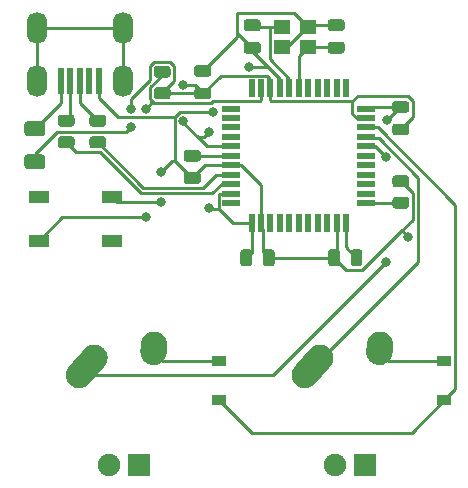
<source format=gbl>
%TF.GenerationSoftware,KiCad,Pcbnew,(5.1.8)-1*%
%TF.CreationDate,2020-12-12T02:16:41-05:00*%
%TF.ProjectId,experimental-pcb,65787065-7269-46d6-956e-74616c2d7063,rev?*%
%TF.SameCoordinates,Original*%
%TF.FileFunction,Copper,L2,Bot*%
%TF.FilePolarity,Positive*%
%FSLAX46Y46*%
G04 Gerber Fmt 4.6, Leading zero omitted, Abs format (unit mm)*
G04 Created by KiCad (PCBNEW (5.1.8)-1) date 2020-12-12 02:16:41*
%MOMM*%
%LPD*%
G01*
G04 APERTURE LIST*
%TA.AperFunction,SMDPad,CuDef*%
%ADD10R,1.400000X1.200000*%
%TD*%
%TA.AperFunction,ComponentPad*%
%ADD11O,1.700000X2.700000*%
%TD*%
%TA.AperFunction,SMDPad,CuDef*%
%ADD12R,0.500000X2.250000*%
%TD*%
%TA.AperFunction,SMDPad,CuDef*%
%ADD13R,1.800000X1.100000*%
%TD*%
%TA.AperFunction,ComponentPad*%
%ADD14R,1.905000X1.905000*%
%TD*%
%TA.AperFunction,ComponentPad*%
%ADD15C,1.905000*%
%TD*%
%TA.AperFunction,ComponentPad*%
%ADD16C,2.250000*%
%TD*%
%TA.AperFunction,SMDPad,CuDef*%
%ADD17R,1.200000X0.900000*%
%TD*%
%TA.AperFunction,SMDPad,CuDef*%
%ADD18R,1.500000X0.550000*%
%TD*%
%TA.AperFunction,SMDPad,CuDef*%
%ADD19R,0.550000X1.500000*%
%TD*%
%TA.AperFunction,ViaPad*%
%ADD20C,0.800000*%
%TD*%
%TA.AperFunction,Conductor*%
%ADD21C,0.250000*%
%TD*%
G04 APERTURE END LIST*
D10*
%TO.P,Y1,1*%
%TO.N,Net-(C4-Pad1)*%
X139446000Y-17321000D03*
%TO.P,Y1,2*%
%TO.N,GND*%
X137246000Y-17321000D03*
%TO.P,Y1,3*%
%TO.N,Net-(C5-Pad1)*%
X137246000Y-15621000D03*
%TO.P,Y1,4*%
%TO.N,GND*%
X139446000Y-15621000D03*
%TD*%
D11*
%TO.P,USB1,6*%
%TO.N,Net-(USB1-Pad6)*%
X116492000Y-15748000D03*
X123792000Y-15748000D03*
X123792000Y-20248000D03*
X116492000Y-20248000D03*
D12*
%TO.P,USB1,5*%
%TO.N,VCC*%
X118542000Y-20248000D03*
%TO.P,USB1,4*%
%TO.N,D-*%
X119342000Y-20248000D03*
%TO.P,USB1,3*%
%TO.N,D+*%
X120142000Y-20248000D03*
%TO.P,USB1,2*%
%TO.N,Net-(USB1-Pad2)*%
X120942000Y-20248000D03*
%TO.P,USB1,1*%
%TO.N,GND*%
X121742000Y-20248000D03*
%TD*%
D13*
%TO.P,SW1,4*%
%TO.N,N/C*%
X116661000Y-30027000D03*
%TO.P,SW1,3*%
X122861000Y-33727000D03*
%TO.P,SW1,2*%
%TO.N,Net-(R3-Pad2)*%
X116661000Y-33727000D03*
%TO.P,SW1,1*%
%TO.N,GND*%
X122861000Y-30027000D03*
%TD*%
%TO.P,R4,1*%
%TO.N,GND*%
%TA.AperFunction,SMDPad,CuDef*%
G36*
G01*
X146869999Y-28189500D02*
X147770001Y-28189500D01*
G75*
G02*
X148020000Y-28439499I0J-249999D01*
G01*
X148020000Y-28964501D01*
G75*
G02*
X147770001Y-29214500I-249999J0D01*
G01*
X146869999Y-29214500D01*
G75*
G02*
X146620000Y-28964501I0J249999D01*
G01*
X146620000Y-28439499D01*
G75*
G02*
X146869999Y-28189500I249999J0D01*
G01*
G37*
%TD.AperFunction*%
%TO.P,R4,2*%
%TO.N,Net-(R4-Pad2)*%
%TA.AperFunction,SMDPad,CuDef*%
G36*
G01*
X146869999Y-30014500D02*
X147770001Y-30014500D01*
G75*
G02*
X148020000Y-30264499I0J-249999D01*
G01*
X148020000Y-30789501D01*
G75*
G02*
X147770001Y-31039500I-249999J0D01*
G01*
X146869999Y-31039500D01*
G75*
G02*
X146620000Y-30789501I0J249999D01*
G01*
X146620000Y-30264499D01*
G75*
G02*
X146869999Y-30014500I249999J0D01*
G01*
G37*
%TD.AperFunction*%
%TD*%
%TO.P,R3,1*%
%TO.N,+5V*%
%TA.AperFunction,SMDPad,CuDef*%
G36*
G01*
X127577001Y-21768500D02*
X126676999Y-21768500D01*
G75*
G02*
X126427000Y-21518501I0J249999D01*
G01*
X126427000Y-20993499D01*
G75*
G02*
X126676999Y-20743500I249999J0D01*
G01*
X127577001Y-20743500D01*
G75*
G02*
X127827000Y-20993499I0J-249999D01*
G01*
X127827000Y-21518501D01*
G75*
G02*
X127577001Y-21768500I-249999J0D01*
G01*
G37*
%TD.AperFunction*%
%TO.P,R3,2*%
%TO.N,Net-(R3-Pad2)*%
%TA.AperFunction,SMDPad,CuDef*%
G36*
G01*
X127577001Y-19943500D02*
X126676999Y-19943500D01*
G75*
G02*
X126427000Y-19693501I0J249999D01*
G01*
X126427000Y-19168499D01*
G75*
G02*
X126676999Y-18918500I249999J0D01*
G01*
X127577001Y-18918500D01*
G75*
G02*
X127827000Y-19168499I0J-249999D01*
G01*
X127827000Y-19693501D01*
G75*
G02*
X127577001Y-19943500I-249999J0D01*
G01*
G37*
%TD.AperFunction*%
%TD*%
%TO.P,R2,2*%
%TO.N,D-*%
%TA.AperFunction,SMDPad,CuDef*%
G36*
G01*
X119449001Y-24087500D02*
X118548999Y-24087500D01*
G75*
G02*
X118299000Y-23837501I0J249999D01*
G01*
X118299000Y-23312499D01*
G75*
G02*
X118548999Y-23062500I249999J0D01*
G01*
X119449001Y-23062500D01*
G75*
G02*
X119699000Y-23312499I0J-249999D01*
G01*
X119699000Y-23837501D01*
G75*
G02*
X119449001Y-24087500I-249999J0D01*
G01*
G37*
%TD.AperFunction*%
%TO.P,R2,1*%
%TO.N,Net-(R2-Pad1)*%
%TA.AperFunction,SMDPad,CuDef*%
G36*
G01*
X119449001Y-25912500D02*
X118548999Y-25912500D01*
G75*
G02*
X118299000Y-25662501I0J249999D01*
G01*
X118299000Y-25137499D01*
G75*
G02*
X118548999Y-24887500I249999J0D01*
G01*
X119449001Y-24887500D01*
G75*
G02*
X119699000Y-25137499I0J-249999D01*
G01*
X119699000Y-25662501D01*
G75*
G02*
X119449001Y-25912500I-249999J0D01*
G01*
G37*
%TD.AperFunction*%
%TD*%
%TO.P,R1,2*%
%TO.N,D+*%
%TA.AperFunction,SMDPad,CuDef*%
G36*
G01*
X122116001Y-24087500D02*
X121215999Y-24087500D01*
G75*
G02*
X120966000Y-23837501I0J249999D01*
G01*
X120966000Y-23312499D01*
G75*
G02*
X121215999Y-23062500I249999J0D01*
G01*
X122116001Y-23062500D01*
G75*
G02*
X122366000Y-23312499I0J-249999D01*
G01*
X122366000Y-23837501D01*
G75*
G02*
X122116001Y-24087500I-249999J0D01*
G01*
G37*
%TD.AperFunction*%
%TO.P,R1,1*%
%TO.N,Net-(R1-Pad1)*%
%TA.AperFunction,SMDPad,CuDef*%
G36*
G01*
X122116001Y-25912500D02*
X121215999Y-25912500D01*
G75*
G02*
X120966000Y-25662501I0J249999D01*
G01*
X120966000Y-25137499D01*
G75*
G02*
X121215999Y-24887500I249999J0D01*
G01*
X122116001Y-24887500D01*
G75*
G02*
X122366000Y-25137499I0J-249999D01*
G01*
X122366000Y-25662501D01*
G75*
G02*
X122116001Y-25912500I-249999J0D01*
G01*
G37*
%TD.AperFunction*%
%TD*%
D14*
%TO.P,MX2,4*%
%TO.N,N/C*%
X144272000Y-52736000D03*
D15*
%TO.P,MX2,3*%
X141732000Y-52736000D03*
D16*
%TO.P,MX2,1*%
%TO.N,COL1*%
X140502000Y-43656000D03*
%TA.AperFunction,ComponentPad*%
G36*
G01*
X138440688Y-45953350D02*
X138440683Y-45953345D01*
G75*
G02*
X138354655Y-44364683I751317J837345D01*
G01*
X139664657Y-42904683D01*
G75*
G02*
X141253319Y-42818655I837345J-751317D01*
G01*
X141253319Y-42818655D01*
G75*
G02*
X141339347Y-44407317I-751317J-837345D01*
G01*
X140029345Y-45867317D01*
G75*
G02*
X138440683Y-45953345I-837345J751317D01*
G01*
G37*
%TD.AperFunction*%
%TO.P,MX2,2*%
%TO.N,Net-(D2-Pad2)*%
X145542000Y-42576000D03*
%TA.AperFunction,ComponentPad*%
G36*
G01*
X145425483Y-44278395D02*
X145424597Y-44278334D01*
G75*
G02*
X144379666Y-43078597I77403J1122334D01*
G01*
X144419666Y-42498597D01*
G75*
G02*
X145619403Y-41453666I1122334J-77403D01*
G01*
X145619403Y-41453666D01*
G75*
G02*
X146664334Y-42653403I-77403J-1122334D01*
G01*
X146624334Y-43233403D01*
G75*
G02*
X145424597Y-44278334I-1122334J77403D01*
G01*
G37*
%TD.AperFunction*%
%TD*%
D14*
%TO.P,MX1,4*%
%TO.N,N/C*%
X125155000Y-52736000D03*
D15*
%TO.P,MX1,3*%
X122615000Y-52736000D03*
D16*
%TO.P,MX1,1*%
%TO.N,COL0*%
X121385000Y-43656000D03*
%TA.AperFunction,ComponentPad*%
G36*
G01*
X119323688Y-45953350D02*
X119323683Y-45953345D01*
G75*
G02*
X119237655Y-44364683I751317J837345D01*
G01*
X120547657Y-42904683D01*
G75*
G02*
X122136319Y-42818655I837345J-751317D01*
G01*
X122136319Y-42818655D01*
G75*
G02*
X122222347Y-44407317I-751317J-837345D01*
G01*
X120912345Y-45867317D01*
G75*
G02*
X119323683Y-45953345I-837345J751317D01*
G01*
G37*
%TD.AperFunction*%
%TO.P,MX1,2*%
%TO.N,Net-(D1-Pad2)*%
X126425000Y-42576000D03*
%TA.AperFunction,ComponentPad*%
G36*
G01*
X126308483Y-44278395D02*
X126307597Y-44278334D01*
G75*
G02*
X125262666Y-43078597I77403J1122334D01*
G01*
X125302666Y-42498597D01*
G75*
G02*
X126502403Y-41453666I1122334J-77403D01*
G01*
X126502403Y-41453666D01*
G75*
G02*
X127547334Y-42653403I-77403J-1122334D01*
G01*
X127507334Y-43233403D01*
G75*
G02*
X126307597Y-44278334I-1122334J77403D01*
G01*
G37*
%TD.AperFunction*%
%TD*%
%TO.P,F1,2*%
%TO.N,VCC*%
%TA.AperFunction,SMDPad,CuDef*%
G36*
G01*
X116957000Y-24882000D02*
X115707000Y-24882000D01*
G75*
G02*
X115457000Y-24632000I0J250000D01*
G01*
X115457000Y-23882000D01*
G75*
G02*
X115707000Y-23632000I250000J0D01*
G01*
X116957000Y-23632000D01*
G75*
G02*
X117207000Y-23882000I0J-250000D01*
G01*
X117207000Y-24632000D01*
G75*
G02*
X116957000Y-24882000I-250000J0D01*
G01*
G37*
%TD.AperFunction*%
%TO.P,F1,1*%
%TO.N,+5V*%
%TA.AperFunction,SMDPad,CuDef*%
G36*
G01*
X116957000Y-27682000D02*
X115707000Y-27682000D01*
G75*
G02*
X115457000Y-27432000I0J250000D01*
G01*
X115457000Y-26682000D01*
G75*
G02*
X115707000Y-26432000I250000J0D01*
G01*
X116957000Y-26432000D01*
G75*
G02*
X117207000Y-26682000I0J-250000D01*
G01*
X117207000Y-27432000D01*
G75*
G02*
X116957000Y-27682000I-250000J0D01*
G01*
G37*
%TD.AperFunction*%
%TD*%
D17*
%TO.P,D2,2*%
%TO.N,Net-(D2-Pad2)*%
X151003000Y-43943000D03*
%TO.P,D2,1*%
%TO.N,ROW0*%
X151003000Y-47243000D03*
%TD*%
%TO.P,D1,2*%
%TO.N,Net-(D1-Pad2)*%
X131953000Y-43943000D03*
%TO.P,D1,1*%
%TO.N,ROW0*%
X131953000Y-47243000D03*
%TD*%
%TO.P,C7,1*%
%TO.N,Net-(C7-Pad1)*%
%TA.AperFunction,SMDPad,CuDef*%
G36*
G01*
X129192000Y-26043000D02*
X130142000Y-26043000D01*
G75*
G02*
X130392000Y-26293000I0J-250000D01*
G01*
X130392000Y-26793000D01*
G75*
G02*
X130142000Y-27043000I-250000J0D01*
G01*
X129192000Y-27043000D01*
G75*
G02*
X128942000Y-26793000I0J250000D01*
G01*
X128942000Y-26293000D01*
G75*
G02*
X129192000Y-26043000I250000J0D01*
G01*
G37*
%TD.AperFunction*%
%TO.P,C7,2*%
%TO.N,GND*%
%TA.AperFunction,SMDPad,CuDef*%
G36*
G01*
X129192000Y-27943000D02*
X130142000Y-27943000D01*
G75*
G02*
X130392000Y-28193000I0J-250000D01*
G01*
X130392000Y-28693000D01*
G75*
G02*
X130142000Y-28943000I-250000J0D01*
G01*
X129192000Y-28943000D01*
G75*
G02*
X128942000Y-28693000I0J250000D01*
G01*
X128942000Y-28193000D01*
G75*
G02*
X129192000Y-27943000I250000J0D01*
G01*
G37*
%TD.AperFunction*%
%TD*%
%TO.P,C6,1*%
%TO.N,+5V*%
%TA.AperFunction,SMDPad,CuDef*%
G36*
G01*
X133744000Y-35654000D02*
X133744000Y-34704000D01*
G75*
G02*
X133994000Y-34454000I250000J0D01*
G01*
X134494000Y-34454000D01*
G75*
G02*
X134744000Y-34704000I0J-250000D01*
G01*
X134744000Y-35654000D01*
G75*
G02*
X134494000Y-35904000I-250000J0D01*
G01*
X133994000Y-35904000D01*
G75*
G02*
X133744000Y-35654000I0J250000D01*
G01*
G37*
%TD.AperFunction*%
%TO.P,C6,2*%
%TO.N,GND*%
%TA.AperFunction,SMDPad,CuDef*%
G36*
G01*
X135644000Y-35654000D02*
X135644000Y-34704000D01*
G75*
G02*
X135894000Y-34454000I250000J0D01*
G01*
X136394000Y-34454000D01*
G75*
G02*
X136644000Y-34704000I0J-250000D01*
G01*
X136644000Y-35654000D01*
G75*
G02*
X136394000Y-35904000I-250000J0D01*
G01*
X135894000Y-35904000D01*
G75*
G02*
X135644000Y-35654000I0J250000D01*
G01*
G37*
%TD.AperFunction*%
%TD*%
%TO.P,C5,1*%
%TO.N,Net-(C5-Pad1)*%
%TA.AperFunction,SMDPad,CuDef*%
G36*
G01*
X134272000Y-14999000D02*
X135222000Y-14999000D01*
G75*
G02*
X135472000Y-15249000I0J-250000D01*
G01*
X135472000Y-15749000D01*
G75*
G02*
X135222000Y-15999000I-250000J0D01*
G01*
X134272000Y-15999000D01*
G75*
G02*
X134022000Y-15749000I0J250000D01*
G01*
X134022000Y-15249000D01*
G75*
G02*
X134272000Y-14999000I250000J0D01*
G01*
G37*
%TD.AperFunction*%
%TO.P,C5,2*%
%TO.N,GND*%
%TA.AperFunction,SMDPad,CuDef*%
G36*
G01*
X134272000Y-16899000D02*
X135222000Y-16899000D01*
G75*
G02*
X135472000Y-17149000I0J-250000D01*
G01*
X135472000Y-17649000D01*
G75*
G02*
X135222000Y-17899000I-250000J0D01*
G01*
X134272000Y-17899000D01*
G75*
G02*
X134022000Y-17649000I0J250000D01*
G01*
X134022000Y-17149000D01*
G75*
G02*
X134272000Y-16899000I250000J0D01*
G01*
G37*
%TD.AperFunction*%
%TD*%
%TO.P,C4,1*%
%TO.N,Net-(C4-Pad1)*%
%TA.AperFunction,SMDPad,CuDef*%
G36*
G01*
X142334000Y-17894000D02*
X141384000Y-17894000D01*
G75*
G02*
X141134000Y-17644000I0J250000D01*
G01*
X141134000Y-17144000D01*
G75*
G02*
X141384000Y-16894000I250000J0D01*
G01*
X142334000Y-16894000D01*
G75*
G02*
X142584000Y-17144000I0J-250000D01*
G01*
X142584000Y-17644000D01*
G75*
G02*
X142334000Y-17894000I-250000J0D01*
G01*
G37*
%TD.AperFunction*%
%TO.P,C4,2*%
%TO.N,GND*%
%TA.AperFunction,SMDPad,CuDef*%
G36*
G01*
X142334000Y-15994000D02*
X141384000Y-15994000D01*
G75*
G02*
X141134000Y-15744000I0J250000D01*
G01*
X141134000Y-15244000D01*
G75*
G02*
X141384000Y-14994000I250000J0D01*
G01*
X142334000Y-14994000D01*
G75*
G02*
X142584000Y-15244000I0J-250000D01*
G01*
X142584000Y-15744000D01*
G75*
G02*
X142334000Y-15994000I-250000J0D01*
G01*
G37*
%TD.AperFunction*%
%TD*%
%TO.P,C3,1*%
%TO.N,+5V*%
%TA.AperFunction,SMDPad,CuDef*%
G36*
G01*
X147795000Y-24818000D02*
X146845000Y-24818000D01*
G75*
G02*
X146595000Y-24568000I0J250000D01*
G01*
X146595000Y-24068000D01*
G75*
G02*
X146845000Y-23818000I250000J0D01*
G01*
X147795000Y-23818000D01*
G75*
G02*
X148045000Y-24068000I0J-250000D01*
G01*
X148045000Y-24568000D01*
G75*
G02*
X147795000Y-24818000I-250000J0D01*
G01*
G37*
%TD.AperFunction*%
%TO.P,C3,2*%
%TO.N,GND*%
%TA.AperFunction,SMDPad,CuDef*%
G36*
G01*
X147795000Y-22918000D02*
X146845000Y-22918000D01*
G75*
G02*
X146595000Y-22668000I0J250000D01*
G01*
X146595000Y-22168000D01*
G75*
G02*
X146845000Y-21918000I250000J0D01*
G01*
X147795000Y-21918000D01*
G75*
G02*
X148045000Y-22168000I0J-250000D01*
G01*
X148045000Y-22668000D01*
G75*
G02*
X147795000Y-22918000I-250000J0D01*
G01*
G37*
%TD.AperFunction*%
%TD*%
%TO.P,C2,1*%
%TO.N,+5V*%
%TA.AperFunction,SMDPad,CuDef*%
G36*
G01*
X144071000Y-34704000D02*
X144071000Y-35654000D01*
G75*
G02*
X143821000Y-35904000I-250000J0D01*
G01*
X143321000Y-35904000D01*
G75*
G02*
X143071000Y-35654000I0J250000D01*
G01*
X143071000Y-34704000D01*
G75*
G02*
X143321000Y-34454000I250000J0D01*
G01*
X143821000Y-34454000D01*
G75*
G02*
X144071000Y-34704000I0J-250000D01*
G01*
G37*
%TD.AperFunction*%
%TO.P,C2,2*%
%TO.N,GND*%
%TA.AperFunction,SMDPad,CuDef*%
G36*
G01*
X142171000Y-34704000D02*
X142171000Y-35654000D01*
G75*
G02*
X141921000Y-35904000I-250000J0D01*
G01*
X141421000Y-35904000D01*
G75*
G02*
X141171000Y-35654000I0J250000D01*
G01*
X141171000Y-34704000D01*
G75*
G02*
X141421000Y-34454000I250000J0D01*
G01*
X141921000Y-34454000D01*
G75*
G02*
X142171000Y-34704000I0J-250000D01*
G01*
G37*
%TD.AperFunction*%
%TD*%
%TO.P,C1,1*%
%TO.N,+5V*%
%TA.AperFunction,SMDPad,CuDef*%
G36*
G01*
X131031000Y-21770000D02*
X130081000Y-21770000D01*
G75*
G02*
X129831000Y-21520000I0J250000D01*
G01*
X129831000Y-21020000D01*
G75*
G02*
X130081000Y-20770000I250000J0D01*
G01*
X131031000Y-20770000D01*
G75*
G02*
X131281000Y-21020000I0J-250000D01*
G01*
X131281000Y-21520000D01*
G75*
G02*
X131031000Y-21770000I-250000J0D01*
G01*
G37*
%TD.AperFunction*%
%TO.P,C1,2*%
%TO.N,GND*%
%TA.AperFunction,SMDPad,CuDef*%
G36*
G01*
X131031000Y-19870000D02*
X130081000Y-19870000D01*
G75*
G02*
X129831000Y-19620000I0J250000D01*
G01*
X129831000Y-19120000D01*
G75*
G02*
X130081000Y-18870000I250000J0D01*
G01*
X131031000Y-18870000D01*
G75*
G02*
X131281000Y-19120000I0J-250000D01*
G01*
X131281000Y-19620000D01*
G75*
G02*
X131031000Y-19870000I-250000J0D01*
G01*
G37*
%TD.AperFunction*%
%TD*%
D18*
%TO.P,U1,1*%
%TO.N,Net-(U1-Pad1)*%
X132984000Y-30543000D03*
%TO.P,U1,2*%
%TO.N,+5V*%
X132984000Y-29743000D03*
%TO.P,U1,3*%
%TO.N,Net-(R2-Pad1)*%
X132984000Y-28943000D03*
%TO.P,U1,4*%
%TO.N,Net-(R1-Pad1)*%
X132984000Y-28143000D03*
%TO.P,U1,5*%
%TO.N,GND*%
X132984000Y-27343000D03*
%TO.P,U1,6*%
%TO.N,Net-(C7-Pad1)*%
X132984000Y-26543000D03*
%TO.P,U1,7*%
%TO.N,+5V*%
X132984000Y-25743000D03*
%TO.P,U1,8*%
%TO.N,Net-(U1-Pad8)*%
X132984000Y-24943000D03*
%TO.P,U1,9*%
%TO.N,Net-(U1-Pad9)*%
X132984000Y-24143000D03*
%TO.P,U1,10*%
%TO.N,Net-(U1-Pad10)*%
X132984000Y-23343000D03*
%TO.P,U1,11*%
%TO.N,Net-(U1-Pad11)*%
X132984000Y-22543000D03*
D19*
%TO.P,U1,12*%
%TO.N,Net-(U1-Pad12)*%
X134684000Y-20843000D03*
%TO.P,U1,13*%
%TO.N,Net-(R3-Pad2)*%
X135484000Y-20843000D03*
%TO.P,U1,14*%
%TO.N,+5V*%
X136284000Y-20843000D03*
%TO.P,U1,15*%
%TO.N,GND*%
X137084000Y-20843000D03*
%TO.P,U1,16*%
%TO.N,Net-(C5-Pad1)*%
X137884000Y-20843000D03*
%TO.P,U1,17*%
%TO.N,Net-(C4-Pad1)*%
X138684000Y-20843000D03*
%TO.P,U1,18*%
%TO.N,Net-(U1-Pad18)*%
X139484000Y-20843000D03*
%TO.P,U1,19*%
%TO.N,Net-(U1-Pad19)*%
X140284000Y-20843000D03*
%TO.P,U1,20*%
%TO.N,Net-(U1-Pad20)*%
X141084000Y-20843000D03*
%TO.P,U1,21*%
%TO.N,Net-(U1-Pad21)*%
X141884000Y-20843000D03*
%TO.P,U1,22*%
%TO.N,Net-(U1-Pad22)*%
X142684000Y-20843000D03*
D18*
%TO.P,U1,23*%
%TO.N,GND*%
X144384000Y-22543000D03*
%TO.P,U1,24*%
%TO.N,+5V*%
X144384000Y-23343000D03*
%TO.P,U1,25*%
%TO.N,ROW0*%
X144384000Y-24143000D03*
%TO.P,U1,26*%
%TO.N,COL1*%
X144384000Y-24943000D03*
%TO.P,U1,27*%
%TO.N,COL0*%
X144384000Y-25743000D03*
%TO.P,U1,28*%
%TO.N,Net-(U1-Pad28)*%
X144384000Y-26543000D03*
%TO.P,U1,29*%
%TO.N,Net-(U1-Pad29)*%
X144384000Y-27343000D03*
%TO.P,U1,30*%
%TO.N,Net-(U1-Pad30)*%
X144384000Y-28143000D03*
%TO.P,U1,31*%
%TO.N,Net-(U1-Pad31)*%
X144384000Y-28943000D03*
%TO.P,U1,32*%
%TO.N,Net-(U1-Pad32)*%
X144384000Y-29743000D03*
%TO.P,U1,33*%
%TO.N,Net-(R4-Pad2)*%
X144384000Y-30543000D03*
D19*
%TO.P,U1,34*%
%TO.N,+5V*%
X142684000Y-32243000D03*
%TO.P,U1,35*%
%TO.N,GND*%
X141884000Y-32243000D03*
%TO.P,U1,36*%
%TO.N,Net-(U1-Pad36)*%
X141084000Y-32243000D03*
%TO.P,U1,37*%
%TO.N,Net-(U1-Pad37)*%
X140284000Y-32243000D03*
%TO.P,U1,38*%
%TO.N,Net-(U1-Pad38)*%
X139484000Y-32243000D03*
%TO.P,U1,39*%
%TO.N,Net-(U1-Pad39)*%
X138684000Y-32243000D03*
%TO.P,U1,40*%
%TO.N,Net-(U1-Pad40)*%
X137884000Y-32243000D03*
%TO.P,U1,41*%
%TO.N,Net-(U1-Pad41)*%
X137084000Y-32243000D03*
%TO.P,U1,42*%
%TO.N,Net-(U1-Pad42)*%
X136284000Y-32243000D03*
%TO.P,U1,43*%
%TO.N,GND*%
X135484000Y-32243000D03*
%TO.P,U1,44*%
%TO.N,+5V*%
X134684000Y-32243000D03*
%TD*%
D20*
%TO.N,+5V*%
X128905000Y-23622000D03*
X128905000Y-20574000D03*
X131064000Y-30988000D03*
X131064000Y-24511000D03*
X124460000Y-24130000D03*
X124460000Y-22548999D03*
%TO.N,GND*%
X131445000Y-22860000D03*
X134493000Y-19042999D03*
X127000000Y-30480000D03*
X127000000Y-27940000D03*
X146177000Y-23495000D03*
X147955000Y-33401000D03*
%TO.N,Net-(R3-Pad2)*%
X125730000Y-31750000D03*
X125730000Y-22548999D03*
%TO.N,COL0*%
X146050000Y-35560000D03*
X146045347Y-26674653D03*
%TD*%
D21*
%TO.N,+5V*%
X142684000Y-34292000D02*
X143571000Y-35179000D01*
X142684000Y-32243000D02*
X142684000Y-34292000D01*
X134684000Y-34739000D02*
X134244000Y-35179000D01*
X134684000Y-32243000D02*
X134684000Y-34739000D01*
X136284000Y-20032998D02*
X136284000Y-20843000D01*
X136019001Y-19767999D02*
X136284000Y-20032998D01*
X132058001Y-19767999D02*
X136019001Y-19767999D01*
X130556000Y-21270000D02*
X132058001Y-19767999D01*
X130542000Y-21256000D02*
X130556000Y-21270000D01*
X127127000Y-21256000D02*
X130542000Y-21256000D01*
X136284000Y-21843000D02*
X136284000Y-20843000D01*
X136359001Y-21918001D02*
X136284000Y-21843000D01*
X143219001Y-21918001D02*
X136359001Y-21918001D01*
X147903190Y-21463000D02*
X143674002Y-21463000D01*
X143674002Y-21463000D02*
X143219001Y-21918001D01*
X148370010Y-21929820D02*
X147903190Y-21463000D01*
X148370010Y-23267990D02*
X148370010Y-21929820D01*
X147320000Y-24318000D02*
X148370010Y-23267990D01*
X143219001Y-22988003D02*
X143219001Y-21918001D01*
X143573998Y-23343000D02*
X143219001Y-22988003D01*
X144384000Y-23343000D02*
X143573998Y-23343000D01*
X131908999Y-31078001D02*
X133073998Y-32243000D01*
X131908999Y-29818001D02*
X131908999Y-31078001D01*
X131984000Y-29743000D02*
X131908999Y-29818001D01*
X133073998Y-32243000D02*
X134684000Y-32243000D01*
X132984000Y-29743000D02*
X131984000Y-29743000D01*
X132984000Y-25743000D02*
X130899000Y-25743000D01*
X128905000Y-23749000D02*
X128905000Y-23622000D01*
X129860000Y-20574000D02*
X130556000Y-21270000D01*
X128905000Y-20574000D02*
X129860000Y-20574000D01*
X132042000Y-25743000D02*
X132984000Y-25743000D01*
X131154001Y-31078001D02*
X131064000Y-30988000D01*
X131908999Y-31078001D02*
X131154001Y-31078001D01*
X130619500Y-24955500D02*
X130111500Y-24955500D01*
X131064000Y-24511000D02*
X130619500Y-24955500D01*
X130111500Y-24955500D02*
X128905000Y-23749000D01*
X130899000Y-25743000D02*
X130111500Y-24955500D01*
X124027510Y-24562490D02*
X124460000Y-24130000D01*
X118201510Y-24562490D02*
X124027510Y-24562490D01*
X116332000Y-26432000D02*
X118201510Y-24562490D01*
X116332000Y-27057000D02*
X116332000Y-26432000D01*
X128152010Y-20230990D02*
X127127000Y-21256000D01*
X128152010Y-18930320D02*
X128152010Y-20230990D01*
X127815180Y-18593490D02*
X128152010Y-18930320D01*
X126438820Y-18593490D02*
X127815180Y-18593490D01*
X126101990Y-18930320D02*
X126438820Y-18593490D01*
X126101990Y-20118910D02*
X126101990Y-18930320D01*
X124460000Y-21760900D02*
X126101990Y-20118910D01*
X124460000Y-22548999D02*
X124460000Y-21760900D01*
%TO.N,GND*%
X137646000Y-17321000D02*
X137246000Y-17321000D01*
X139346000Y-15621000D02*
X137646000Y-17321000D01*
X139446000Y-15621000D02*
X139346000Y-15621000D01*
X139573000Y-15494000D02*
X139446000Y-15621000D01*
X141859000Y-15494000D02*
X139573000Y-15494000D01*
X137084000Y-20032998D02*
X137084000Y-20843000D01*
X134747000Y-17399000D02*
X134747000Y-17695998D01*
X133477000Y-14478000D02*
X133477000Y-16129000D01*
X138303000Y-14478000D02*
X133477000Y-14478000D01*
X133477000Y-16129000D02*
X134747000Y-17399000D01*
X139446000Y-15621000D02*
X138303000Y-14478000D01*
X135683999Y-34718999D02*
X136144000Y-35179000D01*
X135683999Y-32813999D02*
X135683999Y-34718999D01*
X135484000Y-32614000D02*
X135683999Y-32813999D01*
X135484000Y-32243000D02*
X135484000Y-32614000D01*
X141884000Y-34966000D02*
X141884000Y-32243000D01*
X141671000Y-35179000D02*
X141884000Y-34966000D01*
X130767000Y-27343000D02*
X132984000Y-27343000D01*
X129667000Y-28443000D02*
X130767000Y-27343000D01*
X133477000Y-16449000D02*
X133477000Y-16129000D01*
X130556000Y-19370000D02*
X133477000Y-16449000D01*
X121742000Y-20359715D02*
X121742000Y-20248000D01*
X144509000Y-22418000D02*
X144384000Y-22543000D01*
X147320000Y-22418000D02*
X144509000Y-22418000D01*
X147320000Y-28702000D02*
X147320000Y-29001310D01*
X141671000Y-35179000D02*
X136144000Y-35179000D01*
X135484000Y-29032998D02*
X135484000Y-32243000D01*
X133794002Y-27343000D02*
X135484000Y-29032998D01*
X132984000Y-27343000D02*
X133794002Y-27343000D01*
X128593998Y-22860000D02*
X131445000Y-22860000D01*
X128179999Y-23273999D02*
X128593998Y-22860000D01*
X128179999Y-26955999D02*
X128179999Y-23273999D01*
X129667000Y-28443000D02*
X128179999Y-26955999D01*
X136024001Y-19042999D02*
X136059001Y-19007999D01*
X134493000Y-19042999D02*
X136024001Y-19042999D01*
X136059001Y-19007999D02*
X137084000Y-20032998D01*
X134747000Y-17695998D02*
X136059001Y-19007999D01*
X148345010Y-29727010D02*
X147320000Y-28702000D01*
X148345010Y-31943180D02*
X148345010Y-29727010D01*
X142721010Y-36229010D02*
X144059180Y-36229010D01*
X141671000Y-35179000D02*
X142721010Y-36229010D01*
X123392999Y-23273999D02*
X128179999Y-23273999D01*
X121742000Y-21623000D02*
X123392999Y-23273999D01*
X121742000Y-20248000D02*
X121742000Y-21623000D01*
X123314000Y-30480000D02*
X127000000Y-30480000D01*
X122861000Y-30027000D02*
X123314000Y-30480000D01*
X127984001Y-26955999D02*
X128179999Y-26955999D01*
X127000000Y-27940000D02*
X127984001Y-26955999D01*
X147254000Y-22418000D02*
X146177000Y-23495000D01*
X147320000Y-22418000D02*
X147254000Y-22418000D01*
X147484595Y-32930595D02*
X147357595Y-32930595D01*
X147955000Y-33401000D02*
X147484595Y-32930595D01*
X147357595Y-32930595D02*
X148345010Y-31943180D01*
X144059180Y-36229010D02*
X147357595Y-32930595D01*
%TO.N,Net-(R4-Pad2)*%
X144400000Y-30527000D02*
X144384000Y-30543000D01*
X147320000Y-30527000D02*
X144400000Y-30527000D01*
%TO.N,Net-(C4-Pad1)*%
X138684000Y-18083000D02*
X138684000Y-20843000D01*
X139446000Y-17321000D02*
X138684000Y-18083000D01*
X141786000Y-17321000D02*
X141859000Y-17394000D01*
X139446000Y-17321000D02*
X141786000Y-17321000D01*
%TO.N,Net-(C5-Pad1)*%
X134869000Y-15621000D02*
X134747000Y-15499000D01*
X137246000Y-15621000D02*
X134869000Y-15621000D01*
X137884000Y-20032998D02*
X137884000Y-20843000D01*
X136220999Y-18369997D02*
X137884000Y-20032998D01*
X136220999Y-15696001D02*
X136220999Y-18369997D01*
X136296000Y-15621000D02*
X136220999Y-15696001D01*
X137246000Y-15621000D02*
X136296000Y-15621000D01*
%TO.N,Net-(R3-Pad2)*%
X135484000Y-21843000D02*
X135484000Y-20843000D01*
X135408999Y-21918001D02*
X135484000Y-21843000D01*
X131446189Y-21918001D02*
X135408999Y-21918001D01*
X126440320Y-22095010D02*
X131269180Y-22095010D01*
X126101990Y-21756680D02*
X126440320Y-22095010D01*
X131269180Y-22095010D02*
X131446189Y-21918001D01*
X126101990Y-20755320D02*
X126101990Y-21756680D01*
X127426310Y-19431000D02*
X126101990Y-20755320D01*
X127127000Y-19431000D02*
X127426310Y-19431000D01*
X118638000Y-31750000D02*
X125730000Y-31750000D01*
X116661000Y-33727000D02*
X118638000Y-31750000D01*
X126183989Y-22095010D02*
X126440320Y-22095010D01*
X125730000Y-22548999D02*
X126183989Y-22095010D01*
%TO.N,Net-(C7-Pad1)*%
X129667000Y-26543000D02*
X132984000Y-26543000D01*
%TO.N,Net-(R1-Pad1)*%
X130567988Y-29268010D02*
X131692998Y-28143000D01*
X131692998Y-28143000D02*
X132984000Y-28143000D01*
X125534010Y-29268010D02*
X130567988Y-29268010D01*
X121666000Y-25400000D02*
X125534010Y-29268010D01*
%TO.N,Net-(R2-Pad1)*%
X132147590Y-28943000D02*
X132984000Y-28943000D01*
X131372570Y-29718020D02*
X132147590Y-28943000D01*
X125347610Y-29718020D02*
X131372570Y-29718020D01*
X121867100Y-26237510D02*
X125347610Y-29718020D01*
X119836510Y-26237510D02*
X121867100Y-26237510D01*
X118999000Y-25400000D02*
X119836510Y-26237510D01*
%TO.N,Net-(D1-Pad2)*%
X127172000Y-43943000D02*
X126385000Y-43156000D01*
X131953000Y-43943000D02*
X127172000Y-43943000D01*
%TO.N,ROW0*%
X148271099Y-49974901D02*
X151003000Y-47243000D01*
X134684901Y-49974901D02*
X148271099Y-49974901D01*
X131953000Y-47243000D02*
X134684901Y-49974901D01*
X145384000Y-24143000D02*
X144384000Y-24143000D01*
X151928001Y-30687001D02*
X145384000Y-24143000D01*
X151928001Y-46317999D02*
X151928001Y-30687001D01*
X151003000Y-47243000D02*
X151928001Y-46317999D01*
%TO.N,Net-(D2-Pad2)*%
X146289000Y-43943000D02*
X145502000Y-43156000D01*
X151003000Y-43943000D02*
X146289000Y-43943000D01*
%TO.N,VCC*%
X118542000Y-20248000D02*
X118542000Y-21025000D01*
X118542000Y-22047000D02*
X118542000Y-20248000D01*
X116332000Y-24257000D02*
X118542000Y-22047000D01*
%TO.N,COL0*%
X136494000Y-45116000D02*
X146050000Y-35560000D01*
X120075000Y-45116000D02*
X136494000Y-45116000D01*
X145113694Y-25743000D02*
X144384000Y-25743000D01*
X146045347Y-26674653D02*
X145113694Y-25743000D01*
%TO.N,COL1*%
X148795019Y-28399019D02*
X145459001Y-25063001D01*
X148795019Y-35512981D02*
X148795019Y-28399019D01*
X139192000Y-45116000D02*
X148795019Y-35512981D01*
X144504001Y-25063001D02*
X144384000Y-24943000D01*
X145459001Y-25063001D02*
X144504001Y-25063001D01*
%TO.N,D+*%
X120142000Y-22051000D02*
X121666000Y-23575000D01*
X120142000Y-20248000D02*
X120142000Y-22051000D01*
%TO.N,D-*%
X119342000Y-23232000D02*
X118999000Y-23575000D01*
X119342000Y-20248000D02*
X119342000Y-23232000D01*
%TO.N,Net-(USB1-Pad6)*%
X116492000Y-15748000D02*
X123792000Y-15748000D01*
X116492000Y-15748000D02*
X116492000Y-20248000D01*
X123792000Y-15748000D02*
X123792000Y-20248000D01*
%TD*%
M02*

</source>
